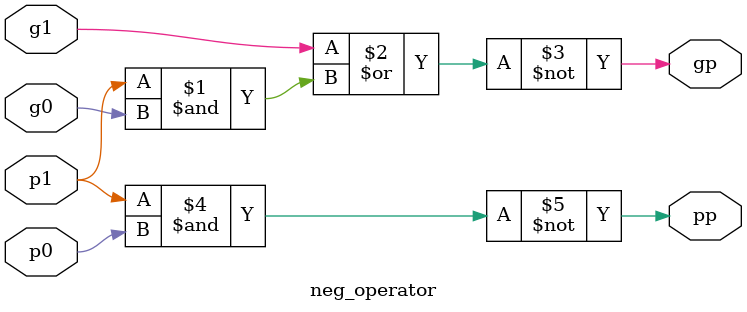
<source format=v>
`define NEG_CARRY_OPERATOR

module neg_operator(g1, p1, g0, p0, gp, pp);
	input g0;
	input p0;
	input g1;
	input p1;

	output gp;
	output pp;

  	assign gp = ~(g1 | (p1 & g0));
   	assign pp = ~(p1 & p0);
endmodule
</source>
